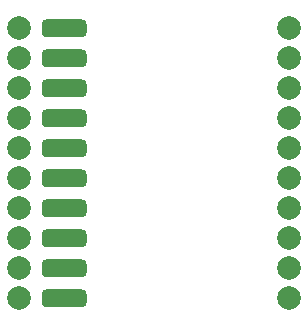
<source format=gts>
%TF.GenerationSoftware,KiCad,Pcbnew,(5.1.10)-1*%
%TF.CreationDate,2021-06-28T22:20:39+08:00*%
%TF.ProjectId,TTGO-T7-V1.5_BNO085_expansion-board,5454474f-2d54-4372-9d56-312e355f424e,rev?*%
%TF.SameCoordinates,Original*%
%TF.FileFunction,Soldermask,Top*%
%TF.FilePolarity,Negative*%
%FSLAX46Y46*%
G04 Gerber Fmt 4.6, Leading zero omitted, Abs format (unit mm)*
G04 Created by KiCad (PCBNEW (5.1.10)-1) date 2021-06-28 22:20:39*
%MOMM*%
%LPD*%
G01*
G04 APERTURE LIST*
%ADD10C,2.000000*%
G04 APERTURE END LIST*
D10*
%TO.C,T1*%
X24130000Y1270000D03*
X24130000Y3810000D03*
X24130000Y6350000D03*
X24130000Y8890000D03*
X24130000Y11430000D03*
X24130000Y13970000D03*
X24130000Y16510000D03*
X24130000Y19050000D03*
X24130000Y21590000D03*
X24130000Y24130000D03*
X1270000Y24130000D03*
X1270000Y21590000D03*
X1270000Y19050000D03*
X1270000Y16510000D03*
X1270000Y13970000D03*
X1270000Y11430000D03*
X1270000Y8890000D03*
X1270000Y6350000D03*
X1270000Y3810000D03*
X1270000Y1270000D03*
%TD*%
%TO.C,G1*%
G36*
G01*
X3175000Y889000D02*
X3175000Y1651000D01*
G75*
G02*
X3556000Y2032000I381000J0D01*
G01*
X6604000Y2032000D01*
G75*
G02*
X6985000Y1651000I0J-381000D01*
G01*
X6985000Y889000D01*
G75*
G02*
X6604000Y508000I-381000J0D01*
G01*
X3556000Y508000D01*
G75*
G02*
X3175000Y889000I0J381000D01*
G01*
G37*
G36*
G01*
X3175000Y3429000D02*
X3175000Y4191000D01*
G75*
G02*
X3556000Y4572000I381000J0D01*
G01*
X6604000Y4572000D01*
G75*
G02*
X6985000Y4191000I0J-381000D01*
G01*
X6985000Y3429000D01*
G75*
G02*
X6604000Y3048000I-381000J0D01*
G01*
X3556000Y3048000D01*
G75*
G02*
X3175000Y3429000I0J381000D01*
G01*
G37*
G36*
G01*
X3175000Y5969000D02*
X3175000Y6731000D01*
G75*
G02*
X3556000Y7112000I381000J0D01*
G01*
X6604000Y7112000D01*
G75*
G02*
X6985000Y6731000I0J-381000D01*
G01*
X6985000Y5969000D01*
G75*
G02*
X6604000Y5588000I-381000J0D01*
G01*
X3556000Y5588000D01*
G75*
G02*
X3175000Y5969000I0J381000D01*
G01*
G37*
G36*
G01*
X3175000Y8509000D02*
X3175000Y9271000D01*
G75*
G02*
X3556000Y9652000I381000J0D01*
G01*
X6604000Y9652000D01*
G75*
G02*
X6985000Y9271000I0J-381000D01*
G01*
X6985000Y8509000D01*
G75*
G02*
X6604000Y8128000I-381000J0D01*
G01*
X3556000Y8128000D01*
G75*
G02*
X3175000Y8509000I0J381000D01*
G01*
G37*
G36*
G01*
X3175000Y11049000D02*
X3175000Y11811000D01*
G75*
G02*
X3556000Y12192000I381000J0D01*
G01*
X6604000Y12192000D01*
G75*
G02*
X6985000Y11811000I0J-381000D01*
G01*
X6985000Y11049000D01*
G75*
G02*
X6604000Y10668000I-381000J0D01*
G01*
X3556000Y10668000D01*
G75*
G02*
X3175000Y11049000I0J381000D01*
G01*
G37*
G36*
G01*
X3175000Y13589000D02*
X3175000Y14351000D01*
G75*
G02*
X3556000Y14732000I381000J0D01*
G01*
X6604000Y14732000D01*
G75*
G02*
X6985000Y14351000I0J-381000D01*
G01*
X6985000Y13589000D01*
G75*
G02*
X6604000Y13208000I-381000J0D01*
G01*
X3556000Y13208000D01*
G75*
G02*
X3175000Y13589000I0J381000D01*
G01*
G37*
G36*
G01*
X3175000Y16129000D02*
X3175000Y16891000D01*
G75*
G02*
X3556000Y17272000I381000J0D01*
G01*
X6604000Y17272000D01*
G75*
G02*
X6985000Y16891000I0J-381000D01*
G01*
X6985000Y16129000D01*
G75*
G02*
X6604000Y15748000I-381000J0D01*
G01*
X3556000Y15748000D01*
G75*
G02*
X3175000Y16129000I0J381000D01*
G01*
G37*
G36*
G01*
X3175000Y18669000D02*
X3175000Y19431000D01*
G75*
G02*
X3556000Y19812000I381000J0D01*
G01*
X6604000Y19812000D01*
G75*
G02*
X6985000Y19431000I0J-381000D01*
G01*
X6985000Y18669000D01*
G75*
G02*
X6604000Y18288000I-381000J0D01*
G01*
X3556000Y18288000D01*
G75*
G02*
X3175000Y18669000I0J381000D01*
G01*
G37*
G36*
G01*
X3175000Y21209000D02*
X3175000Y21971000D01*
G75*
G02*
X3556000Y22352000I381000J0D01*
G01*
X6604000Y22352000D01*
G75*
G02*
X6985000Y21971000I0J-381000D01*
G01*
X6985000Y21209000D01*
G75*
G02*
X6604000Y20828000I-381000J0D01*
G01*
X3556000Y20828000D01*
G75*
G02*
X3175000Y21209000I0J381000D01*
G01*
G37*
G36*
G01*
X3175000Y23749000D02*
X3175000Y24511000D01*
G75*
G02*
X3556000Y24892000I381000J0D01*
G01*
X6604000Y24892000D01*
G75*
G02*
X6985000Y24511000I0J-381000D01*
G01*
X6985000Y23749000D01*
G75*
G02*
X6604000Y23368000I-381000J0D01*
G01*
X3556000Y23368000D01*
G75*
G02*
X3175000Y23749000I0J381000D01*
G01*
G37*
%TD*%
M02*

</source>
